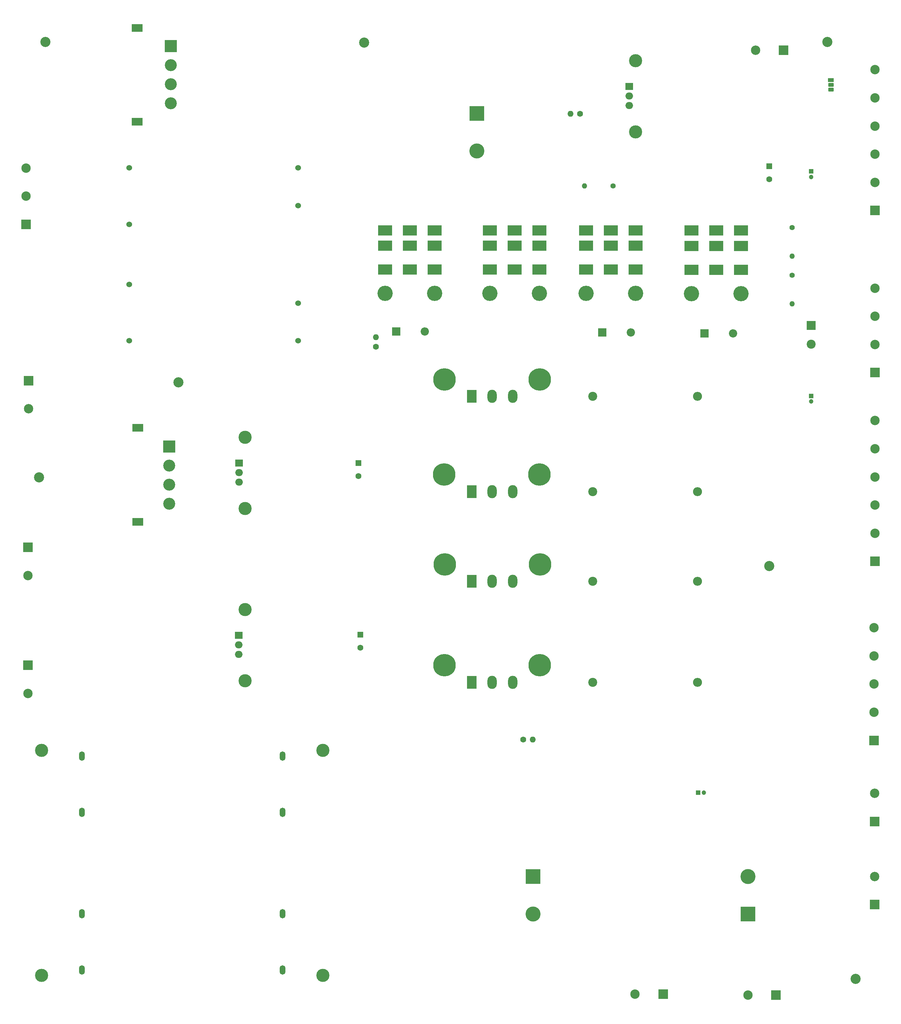
<source format=gbr>
G04 #@! TF.GenerationSoftware,KiCad,Pcbnew,(5.0.0)*
G04 #@! TF.CreationDate,2019-04-22T22:13:15+01:00*
G04 #@! TF.ProjectId,PSU,5053552E6B696361645F706362000000,rev?*
G04 #@! TF.SameCoordinates,Original*
G04 #@! TF.FileFunction,Soldermask,Bot*
G04 #@! TF.FilePolarity,Negative*
%FSLAX46Y46*%
G04 Gerber Fmt 4.6, Leading zero omitted, Abs format (unit mm)*
G04 Created by KiCad (PCBNEW (5.0.0)) date 04/22/19 22:13:15*
%MOMM*%
%LPD*%
G01*
G04 APERTURE LIST*
%ADD10C,4.064000*%
%ADD11R,3.810000X2.794000*%
%ADD12R,3.000000X2.000000*%
%ADD13C,2.700000*%
%ADD14C,3.500000*%
%ADD15C,6.000000*%
%ADD16C,4.000000*%
%ADD17R,4.000000X4.000000*%
%ADD18R,1.600000X1.600000*%
%ADD19C,1.600000*%
%ADD20R,1.200000X1.200000*%
%ADD21C,1.200000*%
%ADD22C,3.200000*%
%ADD23R,3.200000X3.200000*%
%ADD24O,2.200000X2.200000*%
%ADD25R,2.200000X2.200000*%
%ADD26R,2.500000X3.500000*%
%ADD27O,2.500000X3.500000*%
%ADD28C,0.100000*%
%ADD29C,1.050000*%
%ADD30R,1.500000X1.050000*%
%ADD31O,1.400000X1.400000*%
%ADD32C,1.400000*%
%ADD33C,2.400000*%
%ADD34O,2.400000X2.400000*%
%ADD35O,1.600000X1.600000*%
%ADD36C,1.524000*%
%ADD37R,2.000000X1.905000*%
%ADD38O,2.000000X1.905000*%
%ADD39R,2.400000X2.400000*%
%ADD40R,2.500000X2.500000*%
%ADD41C,2.500000*%
%ADD42O,1.500000X2.500000*%
G04 APERTURE END LIST*
D10*
G04 #@! TO.C,K1*
X208983000Y-84414800D03*
X195783000Y-84414800D03*
D11*
X208983000Y-78064800D03*
X202383000Y-78064800D03*
X195783000Y-78064800D03*
X208983000Y-71714800D03*
X202383000Y-71714800D03*
X195783000Y-71714800D03*
X208983000Y-67614800D03*
X202383000Y-67614800D03*
X195783000Y-67614800D03*
G04 #@! TD*
D10*
G04 #@! TO.C,K2*
X180904000Y-84364000D03*
X167704000Y-84364000D03*
D11*
X180904000Y-78014000D03*
X174304000Y-78014000D03*
X167704000Y-78014000D03*
X180904000Y-71664000D03*
X174304000Y-71664000D03*
X167704000Y-71664000D03*
X180904000Y-67564000D03*
X174304000Y-67564000D03*
X167704000Y-67564000D03*
G04 #@! TD*
D10*
G04 #@! TO.C,K4*
X155237000Y-84364000D03*
X142037000Y-84364000D03*
D11*
X155237000Y-78014000D03*
X148637000Y-78014000D03*
X142037000Y-78014000D03*
X155237000Y-71664000D03*
X148637000Y-71664000D03*
X142037000Y-71664000D03*
X155237000Y-67564000D03*
X148637000Y-67564000D03*
X142037000Y-67564000D03*
G04 #@! TD*
D10*
G04 #@! TO.C,K3*
X127310000Y-84364000D03*
X114110000Y-84364000D03*
D11*
X127310000Y-78014000D03*
X120710000Y-78014000D03*
X114110000Y-78014000D03*
X127310000Y-71664000D03*
X120710000Y-71664000D03*
X114110000Y-71664000D03*
X127310000Y-67564000D03*
X120710000Y-67564000D03*
X114110000Y-67564000D03*
G04 #@! TD*
D12*
G04 #@! TO.C,HS16*
X48136000Y-145224000D03*
X48136000Y-120224000D03*
G04 #@! TD*
G04 #@! TO.C,HS15*
X47945500Y-13671500D03*
X47945500Y-38671500D03*
G04 #@! TD*
D13*
G04 #@! TO.C,H11*
X21780500Y-133414000D03*
G04 #@! TD*
G04 #@! TO.C,H10*
X216535000Y-157036000D03*
G04 #@! TD*
D14*
G04 #@! TO.C,HS3*
X76708000Y-187592000D03*
X76708000Y-168592000D03*
G04 #@! TD*
G04 #@! TO.C,HS2*
X76771500Y-141682000D03*
X76771500Y-122682000D03*
G04 #@! TD*
G04 #@! TO.C,HS1*
X180912000Y-41352000D03*
X180912000Y-22352000D03*
G04 #@! TD*
D15*
G04 #@! TO.C,HS4*
X129921000Y-107315000D03*
X155321000Y-107315000D03*
G04 #@! TD*
G04 #@! TO.C,HS5*
X155258000Y-132652000D03*
X129858000Y-132652000D03*
G04 #@! TD*
G04 #@! TO.C,HS7*
X155321000Y-183452000D03*
X129921000Y-183452000D03*
G04 #@! TD*
D13*
G04 #@! TO.C,H8*
X232029000Y-17399000D03*
G04 #@! TD*
G04 #@! TO.C,H2*
X108458000Y-17526000D03*
G04 #@! TD*
G04 #@! TO.C,H1*
X23495000Y-17399000D03*
G04 #@! TD*
G04 #@! TO.C,H3*
X58991500Y-108077000D03*
G04 #@! TD*
D16*
G04 #@! TO.C,C1*
X153543000Y-249712000D03*
D17*
X153543000Y-239712000D03*
G04 #@! TD*
G04 #@! TO.C,C2*
X210884000Y-249746000D03*
D16*
X210884000Y-239746000D03*
G04 #@! TD*
D17*
G04 #@! TO.C,C3*
X138557000Y-36449000D03*
D16*
X138557000Y-46449000D03*
G04 #@! TD*
D18*
G04 #@! TO.C,C4*
X107442000Y-175260000D03*
D19*
X107442000Y-178760000D03*
G04 #@! TD*
G04 #@! TO.C,C5*
X106998000Y-133040000D03*
D18*
X106998000Y-129540000D03*
G04 #@! TD*
G04 #@! TO.C,C6*
X216535000Y-50482500D03*
D19*
X216535000Y-53982500D03*
G04 #@! TD*
D20*
G04 #@! TO.C,C7*
X227711000Y-111696000D03*
D21*
X227711000Y-113196000D03*
G04 #@! TD*
G04 #@! TO.C,C8*
X199048000Y-217360000D03*
D20*
X197548000Y-217360000D03*
G04 #@! TD*
G04 #@! TO.C,C9*
X227711000Y-51879500D03*
D21*
X227711000Y-53379500D03*
G04 #@! TD*
D22*
G04 #@! TO.C,D1*
X56515000Y-140398000D03*
X56515000Y-135318000D03*
X56515000Y-130238000D03*
D23*
X56515000Y-125158000D03*
G04 #@! TD*
G04 #@! TO.C,D3*
X56959500Y-18478500D03*
D22*
X56959500Y-23558500D03*
X56959500Y-28638500D03*
X56959500Y-33718500D03*
G04 #@! TD*
D24*
G04 #@! TO.C,D4*
X179578000Y-94805500D03*
D25*
X171958000Y-94805500D03*
G04 #@! TD*
G04 #@! TO.C,D5*
X117030000Y-94551500D03*
D24*
X124650000Y-94551500D03*
G04 #@! TD*
D25*
G04 #@! TO.C,D6*
X199263000Y-94996000D03*
D24*
X206883000Y-94996000D03*
G04 #@! TD*
D26*
G04 #@! TO.C,Q1*
X137160000Y-111760000D03*
D27*
X142635000Y-111760000D03*
X148110000Y-111760000D03*
G04 #@! TD*
G04 #@! TO.C,Q2*
X148110000Y-161036000D03*
X142635000Y-161036000D03*
D26*
X137160000Y-161036000D03*
G04 #@! TD*
D27*
G04 #@! TO.C,Q3*
X148110000Y-187960000D03*
X142635000Y-187960000D03*
D26*
X137160000Y-187960000D03*
G04 #@! TD*
G04 #@! TO.C,Q4*
X137160000Y-137160000D03*
D27*
X142635000Y-137160000D03*
X148110000Y-137160000D03*
G04 #@! TD*
D28*
G04 #@! TO.C,Q5*
G36*
X233495229Y-28305264D02*
X233520711Y-28309044D01*
X233545700Y-28315303D01*
X233569954Y-28323982D01*
X233593242Y-28334996D01*
X233615337Y-28348239D01*
X233636028Y-28363585D01*
X233655116Y-28380884D01*
X233672415Y-28399972D01*
X233687761Y-28420663D01*
X233701004Y-28442758D01*
X233712018Y-28466046D01*
X233720697Y-28490300D01*
X233726956Y-28515289D01*
X233730736Y-28540771D01*
X233732000Y-28566500D01*
X233732000Y-29091500D01*
X233730736Y-29117229D01*
X233726956Y-29142711D01*
X233720697Y-29167700D01*
X233712018Y-29191954D01*
X233701004Y-29215242D01*
X233687761Y-29237337D01*
X233672415Y-29258028D01*
X233655116Y-29277116D01*
X233636028Y-29294415D01*
X233615337Y-29309761D01*
X233593242Y-29323004D01*
X233569954Y-29334018D01*
X233545700Y-29342697D01*
X233520711Y-29348956D01*
X233495229Y-29352736D01*
X233469500Y-29354000D01*
X232494500Y-29354000D01*
X232468771Y-29352736D01*
X232443289Y-29348956D01*
X232418300Y-29342697D01*
X232394046Y-29334018D01*
X232370758Y-29323004D01*
X232348663Y-29309761D01*
X232327972Y-29294415D01*
X232308884Y-29277116D01*
X232291585Y-29258028D01*
X232276239Y-29237337D01*
X232262996Y-29215242D01*
X232251982Y-29191954D01*
X232243303Y-29167700D01*
X232237044Y-29142711D01*
X232233264Y-29117229D01*
X232232000Y-29091500D01*
X232232000Y-28566500D01*
X232233264Y-28540771D01*
X232237044Y-28515289D01*
X232243303Y-28490300D01*
X232251982Y-28466046D01*
X232262996Y-28442758D01*
X232276239Y-28420663D01*
X232291585Y-28399972D01*
X232308884Y-28380884D01*
X232327972Y-28363585D01*
X232348663Y-28348239D01*
X232370758Y-28334996D01*
X232394046Y-28323982D01*
X232418300Y-28315303D01*
X232443289Y-28309044D01*
X232468771Y-28305264D01*
X232494500Y-28304000D01*
X233469500Y-28304000D01*
X233495229Y-28305264D01*
X233495229Y-28305264D01*
G37*
D29*
X232982000Y-28829000D03*
D28*
G36*
X233495229Y-29575264D02*
X233520711Y-29579044D01*
X233545700Y-29585303D01*
X233569954Y-29593982D01*
X233593242Y-29604996D01*
X233615337Y-29618239D01*
X233636028Y-29633585D01*
X233655116Y-29650884D01*
X233672415Y-29669972D01*
X233687761Y-29690663D01*
X233701004Y-29712758D01*
X233712018Y-29736046D01*
X233720697Y-29760300D01*
X233726956Y-29785289D01*
X233730736Y-29810771D01*
X233732000Y-29836500D01*
X233732000Y-30361500D01*
X233730736Y-30387229D01*
X233726956Y-30412711D01*
X233720697Y-30437700D01*
X233712018Y-30461954D01*
X233701004Y-30485242D01*
X233687761Y-30507337D01*
X233672415Y-30528028D01*
X233655116Y-30547116D01*
X233636028Y-30564415D01*
X233615337Y-30579761D01*
X233593242Y-30593004D01*
X233569954Y-30604018D01*
X233545700Y-30612697D01*
X233520711Y-30618956D01*
X233495229Y-30622736D01*
X233469500Y-30624000D01*
X232494500Y-30624000D01*
X232468771Y-30622736D01*
X232443289Y-30618956D01*
X232418300Y-30612697D01*
X232394046Y-30604018D01*
X232370758Y-30593004D01*
X232348663Y-30579761D01*
X232327972Y-30564415D01*
X232308884Y-30547116D01*
X232291585Y-30528028D01*
X232276239Y-30507337D01*
X232262996Y-30485242D01*
X232251982Y-30461954D01*
X232243303Y-30437700D01*
X232237044Y-30412711D01*
X232233264Y-30387229D01*
X232232000Y-30361500D01*
X232232000Y-29836500D01*
X232233264Y-29810771D01*
X232237044Y-29785289D01*
X232243303Y-29760300D01*
X232251982Y-29736046D01*
X232262996Y-29712758D01*
X232276239Y-29690663D01*
X232291585Y-29669972D01*
X232308884Y-29650884D01*
X232327972Y-29633585D01*
X232348663Y-29618239D01*
X232370758Y-29604996D01*
X232394046Y-29593982D01*
X232418300Y-29585303D01*
X232443289Y-29579044D01*
X232468771Y-29575264D01*
X232494500Y-29574000D01*
X233469500Y-29574000D01*
X233495229Y-29575264D01*
X233495229Y-29575264D01*
G37*
D29*
X232982000Y-30099000D03*
D30*
X232982000Y-27559000D03*
G04 #@! TD*
D31*
G04 #@! TO.C,R1*
X167284000Y-55727600D03*
D32*
X174904000Y-55727600D03*
G04 #@! TD*
D33*
G04 #@! TO.C,R2*
X169418000Y-111760000D03*
D34*
X197358000Y-111760000D03*
G04 #@! TD*
G04 #@! TO.C,R3*
X197358000Y-161036000D03*
D33*
X169418000Y-161036000D03*
G04 #@! TD*
G04 #@! TO.C,R4*
X169418000Y-187960000D03*
D34*
X197358000Y-187960000D03*
G04 #@! TD*
G04 #@! TO.C,R5*
X197358000Y-137160000D03*
D33*
X169418000Y-137160000D03*
G04 #@! TD*
D35*
G04 #@! TO.C,R6*
X153416000Y-203200000D03*
D19*
X150876000Y-203200000D03*
G04 #@! TD*
G04 #@! TO.C,R7*
X111658000Y-98602800D03*
D35*
X111658000Y-96062800D03*
G04 #@! TD*
D19*
G04 #@! TO.C,R8*
X166052000Y-36512500D03*
D35*
X163512000Y-36512500D03*
G04 #@! TD*
D36*
G04 #@! TO.C,TR2*
X45853500Y-50966000D03*
X45853500Y-65966000D03*
X45853500Y-81966000D03*
X45853500Y-96966000D03*
X90853500Y-96966000D03*
X90853500Y-86966000D03*
X90853500Y-60966000D03*
X90853500Y-50966000D03*
G04 #@! TD*
D37*
G04 #@! TO.C,U1*
X75057000Y-175450000D03*
D38*
X75057000Y-177990000D03*
X75057000Y-180530000D03*
G04 #@! TD*
G04 #@! TO.C,U2*
X75120500Y-134684000D03*
X75120500Y-132144000D03*
D37*
X75120500Y-129604000D03*
G04 #@! TD*
G04 #@! TO.C,U3*
X179197000Y-29273500D03*
D38*
X179197000Y-31813500D03*
X179197000Y-34353500D03*
G04 #@! TD*
D39*
G04 #@! TO.C,C10*
X227711000Y-92900500D03*
D33*
X227711000Y-97900500D03*
G04 #@! TD*
D40*
G04 #@! TO.C,J1*
X244475000Y-203454000D03*
D41*
X244475000Y-195954000D03*
X244475000Y-188454000D03*
X244475000Y-180954000D03*
X244475000Y-173454000D03*
G04 #@! TD*
D40*
G04 #@! TO.C,J2*
X18351500Y-65976500D03*
D41*
X18351500Y-58476500D03*
X18351500Y-50976500D03*
G04 #@! TD*
G04 #@! TO.C,J3*
X244729000Y-118266000D03*
X244729000Y-125766000D03*
X244729000Y-133266000D03*
X244729000Y-140766000D03*
X244729000Y-148266000D03*
D40*
X244729000Y-155766000D03*
G04 #@! TD*
G04 #@! TO.C,J4*
X244729000Y-62293500D03*
D41*
X244729000Y-54793500D03*
X244729000Y-47293500D03*
X244729000Y-39793500D03*
X244729000Y-32293500D03*
X244729000Y-24793500D03*
G04 #@! TD*
D40*
G04 #@! TO.C,J5*
X244729000Y-105474000D03*
D41*
X244729000Y-97974000D03*
X244729000Y-90474000D03*
X244729000Y-82974000D03*
G04 #@! TD*
D32*
G04 #@! TO.C,R9*
X222631000Y-66865500D03*
D31*
X222631000Y-74485500D03*
G04 #@! TD*
G04 #@! TO.C,R10*
X222631000Y-87185500D03*
D32*
X222631000Y-79565500D03*
G04 #@! TD*
D40*
G04 #@! TO.C,F1*
X18796000Y-152019000D03*
D41*
X18796000Y-159519000D03*
G04 #@! TD*
D40*
G04 #@! TO.C,F2*
X18796000Y-183452000D03*
D41*
X18796000Y-190952000D03*
G04 #@! TD*
G04 #@! TO.C,F3*
X18986500Y-115132000D03*
D40*
X18986500Y-107632000D03*
G04 #@! TD*
G04 #@! TO.C,F4*
X244602000Y-247206000D03*
D41*
X244602000Y-239706000D03*
G04 #@! TD*
G04 #@! TO.C,F5*
X244602000Y-217544000D03*
D40*
X244602000Y-225044000D03*
G04 #@! TD*
D41*
G04 #@! TO.C,F6*
X180714000Y-271082000D03*
D40*
X188214000Y-271082000D03*
G04 #@! TD*
G04 #@! TO.C,F7*
X218313000Y-271272000D03*
D41*
X210813000Y-271272000D03*
G04 #@! TD*
G04 #@! TO.C,F8*
X212845000Y-19621500D03*
D40*
X220345000Y-19621500D03*
G04 #@! TD*
D13*
G04 #@! TO.C,H6*
X239586000Y-266954000D03*
G04 #@! TD*
D15*
G04 #@! TO.C,HS6*
X129984000Y-156591000D03*
X155384000Y-156591000D03*
G04 #@! TD*
D42*
G04 #@! TO.C,TR1*
X33200500Y-207604000D03*
X33200500Y-222604000D03*
X33200500Y-249604000D03*
X33200500Y-264604000D03*
X86700500Y-264604000D03*
X86700500Y-249604000D03*
X86700500Y-222604000D03*
X86700500Y-207604000D03*
D14*
X22450500Y-206104000D03*
X22450500Y-266104000D03*
X97450500Y-266104000D03*
X97450500Y-206104000D03*
G04 #@! TD*
M02*

</source>
